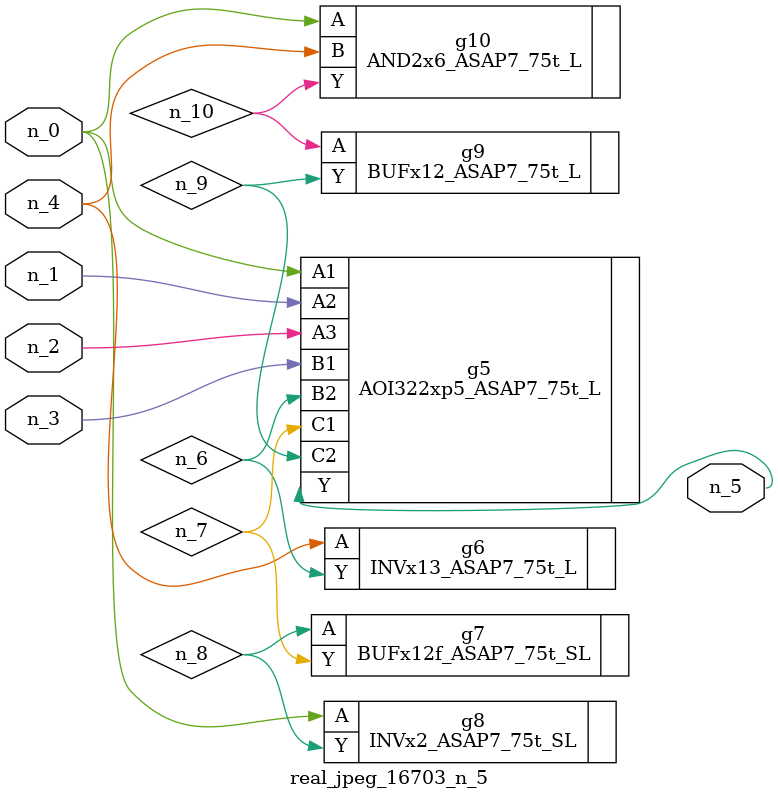
<source format=v>
module real_jpeg_16703_n_5 (n_4, n_0, n_1, n_2, n_3, n_5);

input n_4;
input n_0;
input n_1;
input n_2;
input n_3;

output n_5;

wire n_8;
wire n_6;
wire n_7;
wire n_10;
wire n_9;

AOI322xp5_ASAP7_75t_L g5 ( 
.A1(n_0),
.A2(n_1),
.A3(n_2),
.B1(n_3),
.B2(n_6),
.C1(n_7),
.C2(n_9),
.Y(n_5)
);

INVx2_ASAP7_75t_SL g8 ( 
.A(n_0),
.Y(n_8)
);

AND2x6_ASAP7_75t_L g10 ( 
.A(n_0),
.B(n_4),
.Y(n_10)
);

INVx13_ASAP7_75t_L g6 ( 
.A(n_4),
.Y(n_6)
);

BUFx12f_ASAP7_75t_SL g7 ( 
.A(n_8),
.Y(n_7)
);

BUFx12_ASAP7_75t_L g9 ( 
.A(n_10),
.Y(n_9)
);


endmodule
</source>
